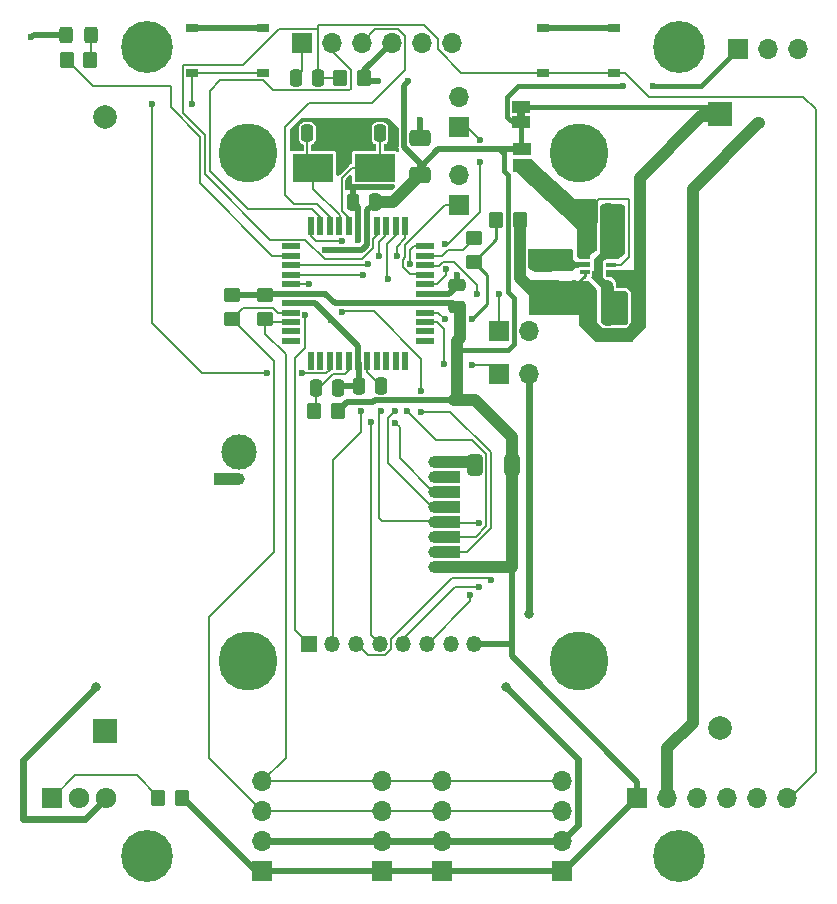
<source format=gbr>
%TF.GenerationSoftware,KiCad,Pcbnew,6.0.11-2627ca5db0~126~ubuntu22.04.1*%
%TF.CreationDate,2024-02-17T18:26:47+01:00*%
%TF.ProjectId,HB-UNI-SEN-BATT_ATMega1284P_E07-868MS10_FUEL4EP,48422d55-4e49-42d5-9345-4e2d42415454,1.4*%
%TF.SameCoordinates,Original*%
%TF.FileFunction,Copper,L1,Top*%
%TF.FilePolarity,Positive*%
%FSLAX46Y46*%
G04 Gerber Fmt 4.6, Leading zero omitted, Abs format (unit mm)*
G04 Created by KiCad (PCBNEW 6.0.11-2627ca5db0~126~ubuntu22.04.1) date 2024-02-17 18:26:47*
%MOMM*%
%LPD*%
G01*
G04 APERTURE LIST*
G04 Aperture macros list*
%AMRoundRect*
0 Rectangle with rounded corners*
0 $1 Rounding radius*
0 $2 $3 $4 $5 $6 $7 $8 $9 X,Y pos of 4 corners*
0 Add a 4 corners polygon primitive as box body*
4,1,4,$2,$3,$4,$5,$6,$7,$8,$9,$2,$3,0*
0 Add four circle primitives for the rounded corners*
1,1,$1+$1,$2,$3*
1,1,$1+$1,$4,$5*
1,1,$1+$1,$6,$7*
1,1,$1+$1,$8,$9*
0 Add four rect primitives between the rounded corners*
20,1,$1+$1,$2,$3,$4,$5,0*
20,1,$1+$1,$4,$5,$6,$7,0*
20,1,$1+$1,$6,$7,$8,$9,0*
20,1,$1+$1,$8,$9,$2,$3,0*%
G04 Aperture macros list end*
%TA.AperFunction,SMDPad,CuDef*%
%ADD10RoundRect,0.250000X-0.325000X-0.450000X0.325000X-0.450000X0.325000X0.450000X-0.325000X0.450000X0*%
%TD*%
%TA.AperFunction,ComponentPad*%
%ADD11R,1.700000X1.700000*%
%TD*%
%TA.AperFunction,ComponentPad*%
%ADD12O,1.700000X1.700000*%
%TD*%
%TA.AperFunction,SMDPad,CuDef*%
%ADD13RoundRect,0.250000X0.412500X0.650000X-0.412500X0.650000X-0.412500X-0.650000X0.412500X-0.650000X0*%
%TD*%
%TA.AperFunction,SMDPad,CuDef*%
%ADD14RoundRect,0.250000X-0.450000X0.350000X-0.450000X-0.350000X0.450000X-0.350000X0.450000X0.350000X0*%
%TD*%
%TA.AperFunction,SMDPad,CuDef*%
%ADD15RoundRect,0.250000X-0.350000X-0.450000X0.350000X-0.450000X0.350000X0.450000X-0.350000X0.450000X0*%
%TD*%
%TA.AperFunction,SMDPad,CuDef*%
%ADD16RoundRect,0.250000X0.350000X0.450000X-0.350000X0.450000X-0.350000X-0.450000X0.350000X-0.450000X0*%
%TD*%
%TA.AperFunction,ComponentPad*%
%ADD17R,1.717500X1.800000*%
%TD*%
%TA.AperFunction,ComponentPad*%
%ADD18O,1.717500X1.800000*%
%TD*%
%TA.AperFunction,SMDPad,CuDef*%
%ADD19R,2.170000X1.000000*%
%TD*%
%TA.AperFunction,ComponentPad*%
%ADD20C,1.000000*%
%TD*%
%TA.AperFunction,ComponentPad*%
%ADD21C,3.000000*%
%TD*%
%TA.AperFunction,SMDPad,CuDef*%
%ADD22R,1.500000X1.000000*%
%TD*%
%TA.AperFunction,ComponentPad*%
%ADD23C,4.400000*%
%TD*%
%TA.AperFunction,ComponentPad*%
%ADD24C,0.700000*%
%TD*%
%TA.AperFunction,ComponentPad*%
%ADD25R,2.000000X2.000000*%
%TD*%
%TA.AperFunction,ComponentPad*%
%ADD26C,2.000000*%
%TD*%
%TA.AperFunction,SMDPad,CuDef*%
%ADD27RoundRect,0.250000X0.250000X0.475000X-0.250000X0.475000X-0.250000X-0.475000X0.250000X-0.475000X0*%
%TD*%
%TA.AperFunction,SMDPad,CuDef*%
%ADD28RoundRect,0.250000X-0.250000X-0.475000X0.250000X-0.475000X0.250000X0.475000X-0.250000X0.475000X0*%
%TD*%
%TA.AperFunction,SMDPad,CuDef*%
%ADD29R,3.500000X2.400000*%
%TD*%
%TA.AperFunction,SMDPad,CuDef*%
%ADD30RoundRect,0.250000X0.650000X-0.412500X0.650000X0.412500X-0.650000X0.412500X-0.650000X-0.412500X0*%
%TD*%
%TA.AperFunction,SMDPad,CuDef*%
%ADD31R,1.000000X0.750000*%
%TD*%
%TA.AperFunction,ComponentPad*%
%ADD32R,1.350000X1.350000*%
%TD*%
%TA.AperFunction,ComponentPad*%
%ADD33O,1.350000X1.350000*%
%TD*%
%TA.AperFunction,SMDPad,CuDef*%
%ADD34R,3.000000X0.900000*%
%TD*%
%TA.AperFunction,SMDPad,CuDef*%
%ADD35R,0.900000X0.400000*%
%TD*%
%TA.AperFunction,SMDPad,CuDef*%
%ADD36RoundRect,0.250000X0.450000X-0.350000X0.450000X0.350000X-0.450000X0.350000X-0.450000X-0.350000X0*%
%TD*%
%TA.AperFunction,SMDPad,CuDef*%
%ADD37R,0.550000X1.500000*%
%TD*%
%TA.AperFunction,SMDPad,CuDef*%
%ADD38R,1.500000X0.550000*%
%TD*%
%TA.AperFunction,SMDPad,CuDef*%
%ADD39RoundRect,0.250000X0.475000X-0.250000X0.475000X0.250000X-0.475000X0.250000X-0.475000X-0.250000X0*%
%TD*%
%TA.AperFunction,ComponentPad*%
%ADD40C,5.000000*%
%TD*%
%TA.AperFunction,ViaPad*%
%ADD41C,1.000000*%
%TD*%
%TA.AperFunction,ViaPad*%
%ADD42C,0.800000*%
%TD*%
%TA.AperFunction,ViaPad*%
%ADD43C,0.600000*%
%TD*%
%TA.AperFunction,Conductor*%
%ADD44C,0.500000*%
%TD*%
%TA.AperFunction,Conductor*%
%ADD45C,0.600000*%
%TD*%
%TA.AperFunction,Conductor*%
%ADD46C,0.200000*%
%TD*%
%TA.AperFunction,Conductor*%
%ADD47C,1.000000*%
%TD*%
%TA.AperFunction,Conductor*%
%ADD48C,0.400000*%
%TD*%
%TA.AperFunction,Conductor*%
%ADD49C,0.250000*%
%TD*%
G04 APERTURE END LIST*
%TO.C,JP2*%
G36*
X46937500Y65818500D02*
G01*
X46337500Y65818500D01*
X46337500Y66318500D01*
X46937500Y66318500D01*
X46937500Y65818500D01*
G37*
%TD*%
D10*
%TO.P,D1,1,K*%
%TO.N,GND*%
X8138500Y72799500D03*
%TO.P,D1,2,A*%
%TO.N,Net-(D1-Pad2)*%
X10188500Y72799500D03*
%TD*%
D11*
%TO.P,J7,1,Pin_1*%
%TO.N,VCC*%
X34890000Y1997000D03*
D12*
%TO.P,J7,2,Pin_2*%
%TO.N,GND*%
X34890000Y4537000D03*
%TO.P,J7,3,Pin_3*%
%TO.N,/SCL*%
X34890000Y7077000D03*
%TO.P,J7,4,Pin_4*%
%TO.N,/SDA*%
X34890000Y9617000D03*
%TD*%
D11*
%TO.P,J3,1,Pin_1*%
%TO.N,/A1*%
X44796000Y44097500D03*
D12*
%TO.P,J3,2,Pin_2*%
%TO.N,GND*%
X47336000Y44097500D03*
%TD*%
D11*
%TO.P,J4,1,Pin_1*%
%TO.N,/A3*%
X44796000Y47780500D03*
D12*
%TO.P,J4,2,Pin_2*%
%TO.N,GND*%
X47336000Y47780500D03*
%TD*%
D11*
%TO.P,J5,1,Pin_1*%
%TO.N,VCC*%
X56480000Y8220000D03*
D12*
%TO.P,J5,2,Pin_2*%
%TO.N,/minusBAT*%
X59020000Y8220000D03*
%TO.P,J5,3,Pin_3*%
%TO.N,/MOSI*%
X61560000Y8220000D03*
%TO.P,J5,4,Pin_4*%
%TO.N,/SCK*%
X64100000Y8220000D03*
%TO.P,J5,5,Pin_5*%
%TO.N,/MISO*%
X66640000Y8220000D03*
%TO.P,J5,6,Pin_6*%
%TO.N,/RSETB*%
X69180000Y8220000D03*
%TD*%
D13*
%TO.P,C1,1*%
%TO.N,VCC*%
X45850500Y36414000D03*
%TO.P,C1,2*%
%TO.N,GND*%
X42725500Y36414000D03*
%TD*%
D14*
%TO.P,R4,1*%
%TO.N,VCC*%
X22190000Y50749000D03*
%TO.P,R4,2*%
%TO.N,/SCL*%
X22190000Y48749000D03*
%TD*%
%TO.P,R5,1*%
%TO.N,VCC*%
X24984000Y50765000D03*
%TO.P,R5,2*%
%TO.N,/SDA*%
X24984000Y48765000D03*
%TD*%
D15*
%TO.P,R1,1*%
%TO.N,Net-(R1-Pad1)*%
X8172500Y70704000D03*
%TO.P,R1,2*%
%TO.N,Net-(D1-Pad2)*%
X10172500Y70704000D03*
%TD*%
D16*
%TO.P,R3,1*%
%TO.N,VCC*%
X17941600Y8181900D03*
%TO.P,R3,2*%
%TO.N,Net-(Q1-Pad1)*%
X15941600Y8181900D03*
%TD*%
D17*
%TO.P,Q1,1,G*%
%TO.N,Net-(Q1-Pad1)*%
X6950000Y8220000D03*
D18*
%TO.P,Q1,2,D*%
%TO.N,/minusBAT*%
X9240000Y8220000D03*
%TO.P,Q1,3,S*%
%TO.N,GND*%
X11530000Y8220000D03*
%TD*%
D11*
%TO.P,J10,1,Pin_1*%
%TO.N,VCC*%
X64989000Y71656500D03*
D12*
%TO.P,J10,2,Pin_2*%
%TO.N,/plusBAT*%
X67529000Y71656500D03*
%TO.P,J10,3,Pin_3*%
%TO.N,/minusBAT*%
X70069000Y71656500D03*
%TD*%
D19*
%TO.P,Module1,1A,GND*%
%TO.N,GND*%
X21715000Y35250000D03*
D20*
X22800000Y35250000D03*
D19*
%TO.P,Module1,1C,VCC*%
%TO.N,VCC*%
X40345000Y27800000D03*
D20*
X39260000Y27800000D03*
D21*
%TO.P,Module1,2A,ANT*%
%TO.N,unconnected-(Module1-Pad2A)*%
X22800000Y37530000D03*
D19*
%TO.P,Module1,2C,GDO0*%
%TO.N,/D2*%
X40345000Y29070000D03*
D20*
X39260000Y29070000D03*
D19*
%TO.P,Module1,3C,~{CSN}*%
%TO.N,/SS*%
X40345000Y30340000D03*
D20*
X39260000Y30340000D03*
D19*
%TO.P,Module1,4C,SCK*%
%TO.N,/SCK*%
X40345000Y31610000D03*
D20*
X39260000Y31610000D03*
D19*
%TO.P,Module1,5C,MOSI*%
%TO.N,/MOSI*%
X40345000Y32880000D03*
D20*
X39260000Y32880000D03*
D19*
%TO.P,Module1,6C,MISO/GDO1*%
%TO.N,/MISO*%
X40345000Y34150000D03*
D20*
X39260000Y34150000D03*
D19*
%TO.P,Module1,7C,GDO2*%
%TO.N,unconnected-(Module1-Pad7C)*%
X40345000Y35420000D03*
D20*
X39260000Y35420000D03*
%TO.P,Module1,8C,GND*%
%TO.N,GND*%
X39260000Y36690000D03*
D19*
X40345000Y36690000D03*
%TD*%
D22*
%TO.P,JP2,1,A*%
%TO.N,/plusBAT*%
X46637500Y66718500D03*
%TO.P,JP2,2,B*%
%TO.N,VCC*%
X46637500Y65418500D03*
%TD*%
D11*
%TO.P,J8,1,Pin_1*%
%TO.N,VCC*%
X39970000Y1997000D03*
D12*
%TO.P,J8,2,Pin_2*%
%TO.N,GND*%
X39970000Y4537000D03*
%TO.P,J8,3,Pin_3*%
%TO.N,/SCL*%
X39970000Y7077000D03*
%TO.P,J8,4,Pin_4*%
%TO.N,/SDA*%
X39970000Y9617000D03*
%TD*%
D23*
%TO.P,H2,1*%
%TO.N,N/C*%
X60000000Y71750000D03*
D24*
X61800000Y71750000D03*
X61272800Y70477200D03*
X58727200Y70477200D03*
X58727200Y73022800D03*
X58200000Y71750000D03*
X61272800Y73022800D03*
X60000000Y69950000D03*
X60000000Y73550000D03*
%TD*%
%TO.P,H4,1*%
%TO.N,N/C*%
X61272800Y4522800D03*
X58200000Y3250000D03*
X60000000Y1450000D03*
X58727200Y1977200D03*
X61800000Y3250000D03*
X58727200Y4522800D03*
D23*
X60000000Y3250000D03*
D24*
X61272800Y1977200D03*
X60000000Y5050000D03*
%TD*%
%TO.P,H1,1*%
%TO.N,N/C*%
X16800000Y71750000D03*
X16272800Y73022800D03*
X13727200Y70477200D03*
X13727200Y73022800D03*
X15000000Y73550000D03*
X15000000Y69950000D03*
D23*
X15000000Y71750000D03*
D24*
X13200000Y71750000D03*
X16272800Y70477200D03*
%TD*%
%TO.P,H3,1*%
%TO.N,N/C*%
X15000000Y5050000D03*
X16272800Y1977200D03*
X16800000Y3250000D03*
X13727200Y1977200D03*
X13200000Y3250000D03*
D23*
X15000000Y3250000D03*
D24*
X16272800Y4522800D03*
X13727200Y4522800D03*
X15000000Y1450000D03*
%TD*%
D25*
%TO.P,BT2,1,+*%
%TO.N,/conBAT*%
X11420000Y13900000D03*
D26*
%TO.P,BT2,2,-*%
%TO.N,/minusBAT*%
X11420000Y65890000D03*
%TD*%
D27*
%TO.P,C2,1*%
%TO.N,GND*%
X31168900Y42950000D03*
%TO.P,C2,2*%
%TO.N,/VAVCC*%
X29268900Y42950000D03*
%TD*%
%TO.P,C4,1*%
%TO.N,VCC*%
X34316000Y58639000D03*
%TO.P,C4,2*%
%TO.N,GND*%
X32416000Y58639000D03*
%TD*%
D28*
%TO.P,C6,1*%
%TO.N,Net-(C6-Pad1)*%
X28542500Y64481000D03*
%TO.P,C6,2*%
%TO.N,GND*%
X30442500Y64481000D03*
%TD*%
D27*
%TO.P,C8,1*%
%TO.N,Net-(C8-Pad1)*%
X34801100Y43106900D03*
%TO.P,C8,2*%
%TO.N,GND*%
X32901100Y43106900D03*
%TD*%
D11*
%TO.P,J12,1,Pin_1*%
%TO.N,/DTR*%
X28070100Y72139100D03*
D12*
%TO.P,J12,2,Pin_2*%
%TO.N,/TXD0*%
X30610100Y72139100D03*
%TO.P,J12,3,Pin_3*%
%TO.N,/RXD0*%
X33150100Y72139100D03*
%TO.P,J12,4,Pin_4*%
%TO.N,VCC*%
X35690100Y72139100D03*
%TO.P,J12,5,Pin_5*%
%TO.N,GND*%
X38230100Y72139100D03*
%TO.P,J12,6,Pin_6*%
X40770100Y72139100D03*
%TD*%
D16*
%TO.P,R2,1*%
%TO.N,VCC*%
X33315200Y69129200D03*
%TO.P,R2,2*%
%TO.N,/RSETB*%
X31315200Y69129200D03*
%TD*%
%TO.P,R6,1*%
%TO.N,VCC*%
X31143500Y41000000D03*
%TO.P,R6,2*%
%TO.N,/VAVCC*%
X29143500Y41000000D03*
%TD*%
D29*
%TO.P,Y1,1,1*%
%TO.N,Net-(C6-Pad1)*%
X29051500Y61560000D03*
%TO.P,Y1,2,2*%
%TO.N,Net-(C7-Pad1)*%
X34251500Y61560000D03*
%TD*%
D30*
%TO.P,C5,1*%
%TO.N,VCC*%
X38065000Y60962300D03*
%TO.P,C5,2*%
%TO.N,GND*%
X38065000Y64087300D03*
%TD*%
D31*
%TO.P,SW2,A*%
%TO.N,GND*%
X48500000Y73375000D03*
%TO.P,SW2,B,e*%
X54500000Y73375000D03*
%TO.P,SW2,C*%
%TO.N,/RSETB*%
X48500000Y69625000D03*
%TO.P,SW2,D*%
X54500000Y69625000D03*
%TD*%
%TO.P,SW1,A*%
%TO.N,/CONFIG*%
X24800000Y69625000D03*
%TO.P,SW1,B,e*%
X18800000Y69625000D03*
%TO.P,SW1,C*%
%TO.N,GND*%
X24800000Y73375000D03*
%TO.P,SW1,D*%
X18800000Y73375000D03*
%TD*%
D25*
%TO.P,BT1,1,+*%
%TO.N,/plusBAT*%
X63490000Y66140000D03*
D26*
%TO.P,BT1,2,-*%
%TO.N,/conBAT*%
X63490000Y14150000D03*
%TD*%
D32*
%TO.P,J11,1,Pin_1*%
%TO.N,/D7*%
X28667000Y21250000D03*
D33*
%TO.P,J11,2,Pin_2*%
%TO.N,/D6*%
X30667000Y21250000D03*
%TO.P,J11,3,Pin_3*%
%TO.N,/MISO*%
X32667000Y21250000D03*
%TO.P,J11,4,Pin_4*%
%TO.N,/D5*%
X34667000Y21250000D03*
%TO.P,J11,5,Pin_5*%
%TO.N,/SCK*%
X36667000Y21250000D03*
%TO.P,J11,6,Pin_6*%
%TO.N,/MOSI*%
X38667000Y21250000D03*
%TO.P,J11,7,Pin_7*%
%TO.N,GND*%
X40667000Y21250000D03*
%TO.P,J11,8,Pin_8*%
%TO.N,VCC*%
X42667000Y21250000D03*
%TD*%
D28*
%TO.P,C11,1*%
%TO.N,/plusBAT*%
X52080680Y48946360D03*
%TO.P,C11,2*%
%TO.N,GND*%
X53980680Y48946360D03*
%TD*%
%TO.P,C12,1*%
%TO.N,/Vout*%
X52101000Y55789120D03*
%TO.P,C12,2*%
%TO.N,GND*%
X54001000Y55789120D03*
%TD*%
%TO.P,C13,1*%
%TO.N,/Vout*%
X52101000Y57795720D03*
%TO.P,C13,2*%
%TO.N,GND*%
X54001000Y57795720D03*
%TD*%
D22*
%TO.P,JP3,1,A*%
%TO.N,/Vout*%
X46688300Y61811700D03*
%TO.P,JP3,2,B*%
%TO.N,VCC*%
X46688300Y63111700D03*
%TD*%
D34*
%TO.P,L1,1,1*%
%TO.N,/plusBAT*%
X48733000Y51316000D03*
%TO.P,L1,2,2*%
%TO.N,Net-(L1-Pad2)*%
X48733000Y53416000D03*
%TD*%
D35*
%TO.P,U2,1,VIN*%
%TO.N,/plusBAT*%
X54214500Y52718500D03*
%TO.P,U2,2,FB*%
%TO.N,/Vout*%
X54214500Y53368500D03*
%TO.P,U2,3,GND*%
%TO.N,GND*%
X54214500Y54018500D03*
%TO.P,U2,4,VOUT*%
%TO.N,/Vout*%
X52014500Y54018500D03*
%TO.P,U2,5,L*%
%TO.N,Net-(L1-Pad2)*%
X52014500Y53368500D03*
%TO.P,U2,6,EN*%
%TO.N,/plusBAT*%
X52014500Y52718500D03*
%TD*%
D16*
%TO.P,R8,1*%
%TO.N,/plusBAT*%
X46558000Y57115000D03*
%TO.P,R8,2*%
%TO.N,/A0*%
X44558000Y57115000D03*
%TD*%
D36*
%TO.P,R7,1*%
%TO.N,/A0*%
X42616680Y53615640D03*
%TO.P,R7,2*%
%TO.N,/A2*%
X42616680Y55615640D03*
%TD*%
D11*
%TO.P,J1,1,Pin_1*%
%TO.N,/PB0_T0*%
X41400000Y64989000D03*
D12*
%TO.P,J1,2,Pin_2*%
%TO.N,GND*%
X41400000Y67529000D03*
%TD*%
D11*
%TO.P,J6,1,Pin_1*%
%TO.N,VCC*%
X24730000Y2000000D03*
D12*
%TO.P,J6,2,Pin_2*%
%TO.N,GND*%
X24730000Y4540000D03*
%TO.P,J6,3,Pin_3*%
%TO.N,/SCL*%
X24730000Y7080000D03*
%TO.P,J6,4,Pin_4*%
%TO.N,/SDA*%
X24730000Y9620000D03*
%TD*%
D28*
%TO.P,C10,1*%
%TO.N,/plusBAT*%
X52080680Y50942800D03*
%TO.P,C10,2*%
%TO.N,GND*%
X53980680Y50942800D03*
%TD*%
D27*
%TO.P,C9,1*%
%TO.N,/RSETB*%
X29474800Y69129200D03*
%TO.P,C9,2*%
%TO.N,/DTR*%
X27574800Y69129200D03*
%TD*%
%TO.P,C7,1*%
%TO.N,Net-(C7-Pad1)*%
X34697000Y64481000D03*
%TO.P,C7,2*%
%TO.N,GND*%
X32797000Y64481000D03*
%TD*%
D37*
%TO.P,U1,1,PB5*%
%TO.N,/MOSI*%
X36832600Y56604700D03*
%TO.P,U1,2,PB6*%
%TO.N,/MISO*%
X36032600Y56604700D03*
%TO.P,U1,3,PB7*%
%TO.N,/SCK*%
X35232600Y56604700D03*
%TO.P,U1,4,~{RESET}*%
%TO.N,/RSETB*%
X34432600Y56604700D03*
%TO.P,U1,5,VCC*%
%TO.N,VCC*%
X33632600Y56604700D03*
%TO.P,U1,6,GND*%
%TO.N,GND*%
X32832600Y56604700D03*
%TO.P,U1,7,XTAL2*%
%TO.N,Net-(C7-Pad1)*%
X32032600Y56604700D03*
%TO.P,U1,8,XTAL1*%
%TO.N,Net-(C6-Pad1)*%
X31232600Y56604700D03*
%TO.P,U1,9,PD0*%
%TO.N,/RXD0*%
X30432600Y56604700D03*
%TO.P,U1,10,PD1*%
%TO.N,/TXD0*%
X29632600Y56604700D03*
%TO.P,U1,11,PD2*%
%TO.N,/D2*%
X28832600Y56604700D03*
D38*
%TO.P,U1,12,PD3*%
%TO.N,unconnected-(U1-Pad12)*%
X27132600Y54904700D03*
%TO.P,U1,13,PD4*%
%TO.N,Net-(R1-Pad1)*%
X27132600Y54104700D03*
%TO.P,U1,14,PD5*%
%TO.N,/D5*%
X27132600Y53304700D03*
%TO.P,U1,15,PD6*%
%TO.N,/D6*%
X27132600Y52504700D03*
%TO.P,U1,16,PD7*%
%TO.N,/D7*%
X27132600Y51704700D03*
%TO.P,U1,17,VCC*%
%TO.N,VCC*%
X27132600Y50904700D03*
%TO.P,U1,18,GND*%
%TO.N,GND*%
X27132600Y50104700D03*
%TO.P,U1,19,PC0*%
%TO.N,/SCL*%
X27132600Y49304700D03*
%TO.P,U1,20,PC1*%
%TO.N,/SDA*%
X27132600Y48504700D03*
%TO.P,U1,21,PC2*%
%TO.N,unconnected-(U1-Pad21)*%
X27132600Y47704700D03*
%TO.P,U1,22,PC3*%
%TO.N,unconnected-(U1-Pad22)*%
X27132600Y46904700D03*
D37*
%TO.P,U1,23,PC4*%
%TO.N,unconnected-(U1-Pad23)*%
X28832600Y45204700D03*
%TO.P,U1,24,PC5*%
%TO.N,unconnected-(U1-Pad24)*%
X29632600Y45204700D03*
%TO.P,U1,25,PC6*%
%TO.N,/CONFIG*%
X30432600Y45204700D03*
%TO.P,U1,26,PC7*%
%TO.N,unconnected-(U1-Pad26)*%
X31232600Y45204700D03*
%TO.P,U1,27,AVCC*%
%TO.N,/VAVCC*%
X32032600Y45204700D03*
%TO.P,U1,28,GND*%
%TO.N,GND*%
X32832600Y45204700D03*
%TO.P,U1,29,AREF*%
%TO.N,Net-(C8-Pad1)*%
X33632600Y45204700D03*
%TO.P,U1,30,PA7*%
%TO.N,unconnected-(U1-Pad30)*%
X34432600Y45204700D03*
%TO.P,U1,31,PA6*%
%TO.N,unconnected-(U1-Pad31)*%
X35232600Y45204700D03*
%TO.P,U1,32,PA5*%
%TO.N,unconnected-(U1-Pad32)*%
X36032600Y45204700D03*
%TO.P,U1,33,PA4*%
%TO.N,unconnected-(U1-Pad33)*%
X36832600Y45204700D03*
D38*
%TO.P,U1,34,PA3*%
%TO.N,unconnected-(U1-Pad34)*%
X38532600Y46904700D03*
%TO.P,U1,35,PA2*%
%TO.N,unconnected-(U1-Pad35)*%
X38532600Y47704700D03*
%TO.P,U1,36,PA1*%
%TO.N,/A1*%
X38532600Y48504700D03*
%TO.P,U1,37,PA0*%
%TO.N,/A0*%
X38532600Y49304700D03*
%TO.P,U1,38,VCC*%
%TO.N,VCC*%
X38532600Y50104700D03*
%TO.P,U1,39,GND*%
%TO.N,GND*%
X38532600Y50904700D03*
%TO.P,U1,40,PB0*%
%TO.N,/PB0_T0*%
X38532600Y51704700D03*
%TO.P,U1,41,PB1*%
%TO.N,/PB1_T1*%
X38532600Y52504700D03*
%TO.P,U1,42,PB2*%
%TO.N,/A3*%
X38532600Y53304700D03*
%TO.P,U1,43,PB3*%
%TO.N,/A2*%
X38532600Y54104700D03*
%TO.P,U1,44,PB4*%
%TO.N,/SS*%
X38532600Y54904700D03*
%TD*%
D39*
%TO.P,C3,1*%
%TO.N,VCC*%
X41176500Y49751500D03*
%TO.P,C3,2*%
%TO.N,GND*%
X41176500Y51651500D03*
%TD*%
D11*
%TO.P,J2,1,Pin_1*%
%TO.N,/PB1_T1*%
X41400000Y58385000D03*
D12*
%TO.P,J2,2,Pin_2*%
%TO.N,GND*%
X41400000Y60925000D03*
%TD*%
D11*
%TO.P,J9,1,Pin_1*%
%TO.N,VCC*%
X50130000Y2000000D03*
D12*
%TO.P,J9,2,Pin_2*%
%TO.N,GND*%
X50130000Y4540000D03*
%TO.P,J9,3,Pin_3*%
%TO.N,/SCL*%
X50130000Y7080000D03*
%TO.P,J9,4,Pin_4*%
%TO.N,/SDA*%
X50130000Y9620000D03*
%TD*%
D40*
%TO.P,H5,1*%
%TO.N,N/C*%
X23510800Y62800000D03*
%TD*%
%TO.P,H6,1*%
%TO.N,N/C*%
X23510800Y19800000D03*
%TD*%
%TO.P,H7,1*%
%TO.N,N/C*%
X51510800Y62800000D03*
%TD*%
%TO.P,H8,1*%
%TO.N,N/C*%
X51510800Y19800000D03*
%TD*%
D41*
%TO.N,GND*%
X54956000Y55210000D03*
D42*
X47336000Y23764800D03*
D43*
X41176500Y52479500D03*
X30572000Y48669500D03*
X32822962Y55448238D03*
D41*
X55083000Y48987000D03*
X55083000Y50638000D03*
D42*
X10658400Y17567200D03*
X45405600Y17618000D03*
D43*
X31651500Y62893500D03*
X5172000Y72609000D03*
D41*
X54956000Y56480000D03*
D43*
X32416000Y59779500D03*
X51878600Y73375000D03*
X31651500Y64481000D03*
X21809000Y73371000D03*
X38065000Y65624000D03*
D41*
X54956000Y57877000D03*
D43*
%TO.N,/SS*%
X37239500Y53432000D03*
X36998006Y40986000D03*
%TO.N,/D2*%
X31461000Y55354698D03*
X38192000Y40922500D03*
X31461000Y49354700D03*
X38192000Y42681890D03*
%TO.N,/A0*%
X42446500Y48733000D03*
X40160500Y48733000D03*
%TO.N,/A1*%
X42510004Y44859500D03*
X40097000Y44922998D03*
%TO.N,/A3*%
X44732500Y50892000D03*
X42891000Y50892000D03*
%TO.N,/MOSI*%
X42340000Y25370000D03*
X35969500Y40986000D03*
X36096500Y54067000D03*
%TO.N,/SCK*%
X43070000Y26040000D03*
X34763000Y40986000D03*
X34636000Y54067000D03*
X43070000Y31510000D03*
%TO.N,/MISO*%
X35969500Y39970000D03*
X44097500Y26635000D03*
X35345499Y52162000D03*
%TO.N,VCC*%
X57851600Y68468800D03*
X30064000Y50892000D03*
X55235400Y68468800D03*
X30082364Y54593364D03*
X34534400Y68875200D03*
X37074400Y68875200D03*
D41*
%TO.N,/minusBAT*%
X66779700Y65319200D03*
%TO.N,/plusBAT*%
X55210000Y52162000D03*
X51146000Y51527000D03*
D43*
%TO.N,/D5*%
X33683500Y53432000D03*
X33937500Y40033500D03*
%TO.N,/D6*%
X33073997Y40986000D03*
X33274000Y52504700D03*
%TO.N,/D7*%
X28679800Y51704700D03*
X28382602Y49077988D03*
%TO.N,/CONFIG*%
X25117301Y44154699D03*
X28089199Y44154699D03*
X15420000Y66982000D03*
X18800000Y66982000D03*
%TO.N,/PB0_T0*%
X40287500Y52987500D03*
X43145000Y63909500D03*
X43145000Y62068000D03*
X40220565Y55108282D03*
%TD*%
D44*
%TO.N,GND*%
X54448000Y50638000D02*
X54194000Y50892000D01*
X8138500Y72799500D02*
X5362500Y72799500D01*
X55083000Y50638000D02*
X54448000Y50638000D01*
X18796300Y73375000D02*
X21813000Y73375000D01*
X30563150Y48678350D02*
X30572000Y48669500D01*
X32832600Y46454700D02*
X30563150Y48724150D01*
X54500000Y73375000D02*
X51878600Y73375000D01*
X38065000Y64087300D02*
X38065000Y65624000D01*
X32832600Y45204700D02*
X32832600Y46454700D01*
D45*
X24730000Y4540000D02*
X34887000Y4540000D01*
D44*
X30563150Y48724150D02*
X30563150Y48678350D01*
X40554200Y50904700D02*
X41176500Y51527000D01*
D45*
X51480000Y5890000D02*
X51480000Y11543600D01*
D44*
X54001000Y55789120D02*
X54001000Y54260000D01*
X54956000Y57877000D02*
X53940000Y57877000D01*
X31588000Y64481000D02*
X31651500Y64481000D01*
X30563150Y48724150D02*
X29182600Y50104700D01*
X32832600Y56604700D02*
X32832600Y58219900D01*
X5362500Y72799500D02*
X5172000Y72609000D01*
X54001000Y57795720D02*
X54001000Y55784000D01*
X29182600Y50104700D02*
X27132600Y50104700D01*
D45*
X11530000Y8220000D02*
X9701200Y6391200D01*
D46*
X54232280Y54021040D02*
X53582280Y54021040D01*
D45*
X34890000Y4537000D02*
X39970000Y4537000D01*
D44*
X54956000Y56480000D02*
X54321000Y55845000D01*
D45*
X51480000Y11543600D02*
X45405600Y17618000D01*
D46*
X53582280Y54021040D02*
X52924000Y53362760D01*
D44*
X31651500Y64481000D02*
X31651500Y62893500D01*
X31588000Y64481000D02*
X32794500Y64481000D01*
X38532600Y50904700D02*
X40554200Y50904700D01*
X55083000Y48987000D02*
X54067000Y48987000D01*
D45*
X4511600Y6391200D02*
X4511600Y11420400D01*
D44*
X21813000Y73375000D02*
X21809000Y73371000D01*
X32832600Y56604700D02*
X32832600Y55457876D01*
D46*
X52924000Y52035000D02*
X54067000Y50892000D01*
D45*
X4511600Y11420400D02*
X10658400Y17567200D01*
D44*
X54956000Y55210000D02*
X54321000Y55845000D01*
D47*
X40345000Y36690000D02*
X42792800Y36690000D01*
D44*
X51878600Y73375000D02*
X48432200Y73375000D01*
X30442500Y64481000D02*
X31588000Y64481000D01*
D46*
X52924000Y53362760D02*
X52924000Y52035000D01*
D45*
X47336000Y44097500D02*
X47336000Y23764800D01*
D44*
X41176500Y51651500D02*
X41176500Y52479500D01*
D45*
X39970000Y4537000D02*
X50127000Y4537000D01*
X50127000Y4537000D02*
X50130000Y4540000D01*
D44*
X32901100Y43106900D02*
X32901100Y45006900D01*
X32416000Y58639000D02*
X32416000Y59779500D01*
D45*
X50130000Y4540000D02*
X51480000Y5890000D01*
D44*
X32901100Y43106900D02*
X31359400Y43106900D01*
X21813000Y73375000D02*
X24853000Y73375000D01*
D45*
X9701200Y6391200D02*
X4511600Y6391200D01*
D48*
X54270200Y50841200D02*
X54331160Y50780240D01*
D45*
X34887000Y4540000D02*
X34890000Y4537000D01*
D44*
X32832600Y55457876D02*
X32822962Y55448238D01*
X32832600Y58219900D02*
X32477000Y58575500D01*
D46*
%TO.N,Net-(D1-Pad2)*%
X10188500Y72799500D02*
X10188500Y70831000D01*
%TO.N,/SS*%
X42470334Y38509500D02*
X39474506Y38509500D01*
X39474506Y38509500D02*
X36998006Y40986000D01*
X37239500Y54561600D02*
X37239500Y53432000D01*
X42788002Y30340000D02*
X43688010Y31240008D01*
X38532600Y54904700D02*
X37582600Y54904700D01*
X37582600Y54904700D02*
X37239500Y54561600D01*
X39260000Y30340000D02*
X42788002Y30340000D01*
X43688010Y37291824D02*
X42470334Y38509500D01*
X43688010Y31240008D02*
X43688010Y37291824D01*
%TO.N,/D2*%
X38192000Y42681890D02*
X38192000Y45410302D01*
X29317600Y55354698D02*
X28857500Y55814798D01*
X44088020Y37457513D02*
X40623033Y40922500D01*
X42083700Y29070000D02*
X44088020Y31074319D01*
X38192000Y45410302D02*
X34170802Y49431500D01*
X40345000Y29070000D02*
X42083700Y29070000D01*
X44088020Y31074319D02*
X44088020Y37457513D01*
X28857500Y55814798D02*
X28857500Y56607000D01*
X31461000Y49431500D02*
X31461000Y49354700D01*
X34170802Y49431500D02*
X31461000Y49431500D01*
X31461000Y55354698D02*
X29317600Y55354698D01*
X40623033Y40922500D02*
X38192000Y40922500D01*
%TO.N,/SCL*%
X23122010Y49665010D02*
X22190000Y48733000D01*
X22063000Y48860000D02*
X25717302Y45205698D01*
X25661824Y49665010D02*
X23122010Y49665010D01*
X20221500Y11588500D02*
X24730000Y7080000D01*
X20221500Y23554702D02*
X20221500Y11588500D01*
X24730000Y7080000D02*
X34887000Y7080000D01*
X25717302Y29050504D02*
X20221500Y23554702D01*
X27132600Y49304700D02*
X26022134Y49304700D01*
X25717302Y45205698D02*
X25717302Y29050504D01*
X26022134Y49304700D02*
X25661824Y49665010D01*
X34890000Y7077000D02*
X50130000Y7077000D01*
%TO.N,/SDA*%
X27132600Y48504700D02*
X25212300Y48504700D01*
X24107700Y9604300D02*
X35512300Y9604300D01*
X40097000Y9617000D02*
X50003000Y9617000D01*
X26698500Y11588500D02*
X24730000Y9620000D01*
X24984000Y48733000D02*
X24984000Y47488298D01*
X34890000Y9617000D02*
X40097000Y9617000D01*
X24984000Y47488298D02*
X26698500Y45773798D01*
X26698500Y45773798D02*
X26698500Y11588500D01*
D49*
%TO.N,/A0*%
X43780000Y50066500D02*
X42446500Y48733000D01*
X44558000Y55556960D02*
X42616680Y53615640D01*
X43780000Y52452320D02*
X43780000Y50066500D01*
X42616680Y53615640D02*
X43780000Y52452320D01*
X44558000Y57115000D02*
X44558000Y55556960D01*
D46*
X39588800Y49304700D02*
X38532600Y49304700D01*
X39588800Y49304700D02*
X40160500Y48733000D01*
%TO.N,/A1*%
X44034000Y44859500D02*
X44669000Y44224500D01*
X42510004Y44859500D02*
X44034000Y44859500D01*
X38532600Y48504700D02*
X39482600Y48504700D01*
X40097000Y47890300D02*
X40097000Y44922998D01*
X39482600Y48504700D02*
X40097000Y47890300D01*
%TO.N,/A2*%
X39970000Y54067000D02*
X38509500Y54067000D01*
X40462000Y54559000D02*
X39970000Y54067000D01*
X41732000Y54559000D02*
X42827500Y55654500D01*
X41732000Y54559000D02*
X40462000Y54559000D01*
%TO.N,/A3*%
X42891000Y51653002D02*
X42891000Y50892000D01*
X40956501Y53587501D02*
X42891000Y51653002D01*
X39691598Y53279600D02*
X39999499Y53587501D01*
X38547600Y53279600D02*
X39691598Y53279600D01*
X44732500Y50892000D02*
X44732500Y47907500D01*
X39999499Y53587501D02*
X40956501Y53587501D01*
%TO.N,/MOSI*%
X42340000Y24877500D02*
X38636500Y21174000D01*
X36832600Y55593298D02*
X36096500Y54857198D01*
X35369499Y36570501D02*
X35369499Y40385999D01*
X42340000Y25370000D02*
X42340000Y24877500D01*
X39060000Y32880000D02*
X35369499Y36570501D01*
X40345000Y32880000D02*
X39060000Y32880000D01*
X36832600Y56604700D02*
X36832600Y55593298D01*
X36096500Y54857198D02*
X36096500Y54067000D01*
X35369499Y40385999D02*
X35969500Y40986000D01*
%TO.N,/SCK*%
X43070000Y26040000D02*
X41026000Y26040000D01*
X35144000Y55751098D02*
X35144000Y56353000D01*
X41026000Y26040000D02*
X36668000Y21682000D01*
X34572500Y31905500D02*
X34572500Y40986000D01*
X39258800Y31638800D02*
X34839200Y31638800D01*
X34636000Y55243098D02*
X34636000Y54067000D01*
X34636000Y55243098D02*
X35144000Y55751098D01*
X43070000Y31510000D02*
X40302000Y31510000D01*
X34839200Y31638800D02*
X34572500Y31905500D01*
%TO.N,/MISO*%
X35271000Y52162000D02*
X35345499Y52162000D01*
X35642001Y21668003D02*
X35642001Y20781999D01*
X40803998Y26830000D02*
X35642001Y21668003D01*
X36363200Y39576300D02*
X35969500Y39970000D01*
X33693501Y20274999D02*
X32731000Y21237500D01*
X36363200Y36972800D02*
X39208000Y34128000D01*
X44080000Y26830000D02*
X40803998Y26830000D01*
X36363200Y36972800D02*
X36363200Y39576300D01*
X35642001Y20781999D02*
X35135001Y20274999D01*
X35135001Y20274999D02*
X33693501Y20274999D01*
X35271000Y55078098D02*
X35271000Y52162000D01*
X36160000Y55967098D02*
X35271000Y55078098D01*
%TO.N,Net-(Q1-Pad1)*%
X14087400Y10125000D02*
X8867700Y10125000D01*
X15941600Y8270800D02*
X14087400Y10125000D01*
X8867700Y10125000D02*
X6886500Y8143800D01*
D48*
%TO.N,VCC*%
X64989000Y71593000D02*
X61864800Y68468800D01*
D44*
X45847500Y27800000D02*
X45850500Y27803000D01*
X38065000Y60962300D02*
X38065000Y61992602D01*
X34261144Y41931890D02*
X40979390Y41931890D01*
X44887200Y63111700D02*
X39642100Y63111700D01*
X40884300Y50104700D02*
X41176500Y49812500D01*
X42667000Y21250000D02*
X45697500Y21250000D01*
X33366000Y69815000D02*
X33366000Y69180000D01*
D48*
X33110044Y54593364D02*
X33023366Y54593364D01*
D44*
X38532600Y50104700D02*
X40884300Y50104700D01*
D48*
X41228004Y46130204D02*
X45565706Y46130204D01*
D47*
X41228004Y46130204D02*
X41228004Y42180504D01*
D44*
X30064000Y50892000D02*
X27066800Y50892000D01*
X24222000Y1997000D02*
X17999000Y8220000D01*
X46688300Y63111700D02*
X44887200Y63111700D01*
D48*
X45487499Y67538501D02*
X45487499Y65898499D01*
D44*
X35017000Y1997000D02*
X24730000Y1997000D01*
X45850500Y20183000D02*
X45850500Y21403000D01*
X45850500Y27803000D02*
X45850500Y21403000D01*
D47*
X41228004Y46839996D02*
X41228004Y46130204D01*
D44*
X33582601Y55065921D02*
X33582601Y54989721D01*
X33632600Y56604700D02*
X33632600Y55817528D01*
D47*
X40979390Y41931890D02*
X42718239Y41931890D01*
X45850500Y36414000D02*
X45850500Y27803000D01*
X34318500Y58639000D02*
X35779000Y58639000D01*
D44*
X44887200Y63111700D02*
X45184010Y62814890D01*
X34065255Y41736001D02*
X34261144Y41931890D01*
D47*
X41435486Y49492514D02*
X41435486Y47150486D01*
D44*
X41228004Y42180504D02*
X40979390Y41931890D01*
D48*
X45558000Y60911700D02*
X45184010Y61285690D01*
D44*
X36714990Y63342612D02*
X36714990Y68515790D01*
X33186244Y54593364D02*
X33110044Y54593364D01*
D48*
X46637500Y65418500D02*
X46637500Y63223700D01*
D44*
X31143500Y41000000D02*
X31879501Y41736001D01*
X33632600Y55817528D02*
X33582601Y55767529D01*
X41176500Y46891500D02*
X41228004Y46839996D01*
D47*
X41435486Y47150486D02*
X41176500Y46891500D01*
D44*
X56480000Y8220000D02*
X50130000Y1870000D01*
D48*
X45184010Y61285690D02*
X45184010Y62914890D01*
D44*
X38532600Y50104700D02*
X30851300Y50104700D01*
X38065000Y61992602D02*
X36714990Y63342612D01*
D48*
X55235400Y68468800D02*
X46417798Y68468800D01*
D44*
X34534400Y68875200D02*
X33366000Y68875200D01*
D48*
X46046001Y50568449D02*
X45558000Y51056450D01*
D44*
X30064000Y50892000D02*
X30851300Y50104700D01*
X45697500Y21250000D02*
X45850500Y21403000D01*
D48*
X45558000Y51056450D02*
X45558000Y60911700D01*
D44*
X22190000Y50749000D02*
X24968000Y50749000D01*
D47*
X35779000Y58639000D02*
X38065000Y60925000D01*
D48*
X45487499Y65898499D02*
X46041398Y65344600D01*
X46417798Y68468800D02*
X45487499Y67538501D01*
D44*
X50003000Y1997000D02*
X35017000Y1997000D01*
D48*
X45565706Y46130204D02*
X46046001Y46610499D01*
D44*
X33582601Y54989721D02*
X33186244Y54593364D01*
X33023366Y54593364D02*
X30082364Y54593364D01*
X35690100Y72139100D02*
X33366000Y69815000D01*
X36714990Y68515790D02*
X37074400Y68875200D01*
D47*
X40345000Y27800000D02*
X45847500Y27800000D01*
D44*
X31879501Y41736001D02*
X34065255Y41736001D01*
D48*
X33582601Y55078599D02*
X33582601Y55065921D01*
D44*
X33632600Y57953100D02*
X34318500Y58639000D01*
D48*
X61864800Y68468800D02*
X57851600Y68468800D01*
D47*
X41176500Y49751500D02*
X41435486Y49492514D01*
X42718239Y41931890D02*
X45850500Y38799629D01*
D44*
X33632600Y56604700D02*
X33632600Y57953100D01*
X56480000Y9553500D02*
X45850500Y20183000D01*
X27132600Y50904700D02*
X25377700Y50904700D01*
X56480000Y8220000D02*
X56480000Y9553500D01*
D47*
X45850500Y38799629D02*
X45850500Y36414000D01*
D44*
X39642100Y63111700D02*
X38192000Y61661600D01*
X33582601Y55767529D02*
X33582601Y55078599D01*
D48*
X46046001Y46610499D02*
X46046001Y50568449D01*
D47*
%TO.N,/minusBAT*%
X61179000Y14554398D02*
X61179000Y59769300D01*
X61179000Y59769300D02*
X66728900Y65319200D01*
X66728900Y65319200D02*
X66779700Y65319200D01*
X59020000Y8220000D02*
X59020000Y12395398D01*
X59020000Y12395398D02*
X61179000Y14554398D01*
%TO.N,/plusBAT*%
X63490000Y65940000D02*
X61890000Y65940000D01*
X61890000Y65940000D02*
X56683200Y60733200D01*
X46533000Y52253800D02*
X46533000Y57090000D01*
X55791952Y47521350D02*
X53337170Y47521350D01*
D48*
X54650960Y52721040D02*
X55210000Y52162000D01*
D46*
X56336732Y52135572D02*
X56683200Y52482040D01*
D47*
X52162000Y50892000D02*
X47894800Y50892000D01*
D48*
X54232280Y52721040D02*
X54650960Y52721040D01*
D49*
X52014500Y52718500D02*
X52014500Y52395500D01*
D47*
X56683200Y52482040D02*
X56683200Y48412598D01*
X53337170Y47521350D02*
X52162000Y48696520D01*
D48*
X54489000Y52670000D02*
X54041600Y52670000D01*
D47*
X56683200Y60733200D02*
X56683200Y52797000D01*
X56363160Y52162000D02*
X56683200Y52482040D01*
X51146000Y51527000D02*
X51781000Y50892000D01*
D48*
X49964900Y50803100D02*
X48948900Y50803100D01*
D47*
X56683200Y52797000D02*
X56683200Y52482040D01*
X56683200Y48412598D02*
X55791952Y47521350D01*
D48*
X56556200Y52670000D02*
X56683200Y52797000D01*
D47*
X55210000Y52162000D02*
X56363160Y52162000D01*
D49*
X52014500Y52395500D02*
X51146000Y51527000D01*
D48*
X54489000Y52670000D02*
X54295600Y52670000D01*
X46637500Y66718500D02*
X62726100Y66718500D01*
D47*
X52162000Y48696520D02*
X52162000Y50892000D01*
X47894800Y50892000D02*
X46533000Y52253800D01*
D46*
%TO.N,/D5*%
X33937500Y21999500D02*
X34699500Y21237500D01*
X33556200Y53304700D02*
X33683500Y53432000D01*
X33937500Y40033500D02*
X33937500Y21999500D01*
X27132600Y53304700D02*
X33556200Y53304700D01*
%TO.N,/D6*%
X30699000Y36795000D02*
X30699000Y21301000D01*
X27132600Y52504700D02*
X33274000Y52504700D01*
X33073997Y40986000D02*
X33073997Y39169997D01*
X33073997Y39169997D02*
X30699000Y36795000D01*
%TO.N,/D7*%
X28382602Y49077988D02*
X28382602Y46319704D01*
X27489198Y22415302D02*
X28667000Y21237500D01*
X27489198Y45426300D02*
X27489198Y22415302D01*
X27132600Y51704700D02*
X28679800Y51704700D01*
X28382602Y46319704D02*
X27489198Y45426300D01*
%TO.N,/CONFIG*%
X30432600Y44439698D02*
X30147601Y44154699D01*
X30432600Y45204700D02*
X30432600Y44439698D01*
X15420000Y66982000D02*
X15420000Y48391000D01*
X19656301Y44154699D02*
X15420000Y48391000D01*
X18800000Y69625000D02*
X18800000Y66982000D01*
X30147601Y44154699D02*
X28089199Y44154699D01*
X18796300Y69625000D02*
X24819400Y69625000D01*
X25117301Y44154699D02*
X19656301Y44154699D01*
%TO.N,Net-(C6-Pad1)*%
X29051500Y59778500D02*
X31270500Y57559500D01*
X31270500Y57559500D02*
X31270500Y56670500D01*
X28542500Y64481000D02*
X28542500Y62129000D01*
X29051500Y61560000D02*
X29051500Y59778500D01*
%TO.N,Net-(C7-Pad1)*%
X32301500Y61560000D02*
X31461000Y60719500D01*
X31461000Y60719500D02*
X31461000Y57941302D01*
X34697000Y64481000D02*
X34697000Y62129000D01*
X31969000Y57433302D02*
X31969000Y56797500D01*
X34251500Y61560000D02*
X32301500Y61560000D01*
X31461000Y57941302D02*
X31969000Y57433302D01*
%TO.N,Net-(C8-Pad1)*%
X34801100Y43106900D02*
X33620000Y44288000D01*
X33620000Y44288000D02*
X33620000Y45177000D01*
%TO.N,/DTR*%
X28032000Y69751500D02*
X28032000Y69497500D01*
X28070100Y72139100D02*
X28070100Y69789600D01*
X28070100Y69789600D02*
X28032000Y69751500D01*
%TO.N,/RSETB*%
X23140003Y70300001D02*
X26129103Y73289101D01*
X30014198Y53813000D02*
X28347497Y55479701D01*
X71593000Y10442500D02*
X69370500Y8220000D01*
X25412799Y55479701D02*
X19884989Y61007511D01*
X19884989Y61007511D02*
X19884989Y64341908D01*
X29493111Y73689111D02*
X29460099Y73656099D01*
X39620099Y71587099D02*
X39620099Y72451103D01*
X28347497Y55479701D02*
X25412799Y55479701D01*
X26129103Y73289101D02*
X29446097Y73289101D01*
X39620099Y72451103D02*
X38382091Y73689111D01*
X70513500Y67592500D02*
X71593000Y66513000D01*
X29474800Y69129200D02*
X29474800Y71572398D01*
X34445500Y56607000D02*
X34445500Y55852598D01*
X41582198Y69625000D02*
X39620099Y71587099D01*
X29460099Y73656099D02*
X29460099Y73275099D01*
X41582198Y69625000D02*
X55464500Y69625000D01*
X57497000Y67592500D02*
X70513500Y67592500D01*
X71593000Y66513000D02*
X71593000Y10442500D01*
X29446097Y73289101D02*
X29460099Y73275099D01*
X31315200Y69129200D02*
X29098596Y69129200D01*
X34445500Y55852598D02*
X34132612Y55539710D01*
X33183713Y53813000D02*
X30014198Y53813000D01*
X34132612Y55539710D02*
X34132612Y54761899D01*
X17999996Y66226901D02*
X17999996Y70239997D01*
X29460099Y73275099D02*
X29460099Y69656901D01*
X17999996Y70239997D02*
X18059999Y70300001D01*
X19884989Y64341908D02*
X17999996Y66226901D01*
X18059999Y70300001D02*
X23140003Y70300001D01*
X34132612Y54761899D02*
X33183713Y53813000D01*
X55464500Y69625000D02*
X57497000Y67592500D01*
X38382091Y73689111D02*
X29493111Y73689111D01*
%TO.N,/RXD0*%
X29334792Y58467510D02*
X30445000Y57357302D01*
X26662099Y65015333D02*
X26662099Y59246901D01*
X30445000Y57357302D02*
X30445000Y57115000D01*
X28667766Y67021000D02*
X26662099Y65015333D01*
X27441490Y58467510D02*
X29334792Y58467510D01*
X34001000Y67021000D02*
X28667766Y67021000D01*
X34300101Y73289101D02*
X36242101Y73289101D01*
X36840101Y72691101D02*
X36840101Y69808715D01*
X26662099Y59246901D02*
X27441490Y58467510D01*
X33150100Y72139100D02*
X34300101Y73289101D01*
X36840101Y69808715D02*
X36788715Y69808715D01*
X36788715Y69808715D02*
X34001000Y67021000D01*
X36242101Y73289101D02*
X36840101Y72691101D01*
%TO.N,/TXD0*%
X29619500Y57382802D02*
X28934802Y58067500D01*
X21134499Y68949999D02*
X24769501Y68949999D01*
X29619500Y56607000D02*
X29619500Y57382802D01*
X28934802Y58067500D02*
X23523500Y58067500D01*
X25615310Y68104190D02*
X24769501Y68949999D01*
X32215210Y68251396D02*
X32068004Y68104190D01*
X23523500Y58067500D02*
X20285000Y61306000D01*
X30610100Y71412134D02*
X32215210Y69807024D01*
X20285000Y68100500D02*
X21134499Y68949999D01*
X32068004Y68104190D02*
X25615310Y68104190D01*
X32215210Y68251396D02*
X32215210Y69807024D01*
X20285000Y61306000D02*
X20285000Y68100500D01*
%TO.N,Net-(R1-Pad1)*%
X19459500Y64201698D02*
X16983000Y66678198D01*
X10379000Y68481500D02*
X8156500Y70704000D01*
X19459500Y60243100D02*
X19459500Y64201698D01*
X16983000Y66678198D02*
X16983000Y68481500D01*
X25572100Y54130500D02*
X19459500Y60243100D01*
X16983000Y68481500D02*
X10379000Y68481500D01*
X27079500Y54130500D02*
X25572100Y54130500D01*
%TO.N,/Vout*%
X55793411Y53974411D02*
X55793411Y58918400D01*
X55139000Y53320000D02*
X55793411Y53974411D01*
X52101000Y57795720D02*
X52101000Y54128000D01*
X55793411Y58918400D02*
X53203400Y58918400D01*
X52101000Y57795720D02*
X50709120Y57795720D01*
X53203400Y58918400D02*
X52487120Y58202120D01*
D47*
X50688800Y57775400D02*
X46726400Y61737800D01*
D46*
X50709120Y57795720D02*
X50688800Y57775400D01*
X54489000Y53320000D02*
X55139000Y53320000D01*
%TO.N,/VAVCC*%
X31724812Y44131910D02*
X30690511Y44131910D01*
X32032600Y44439698D02*
X31724812Y44131910D01*
X32032600Y45204700D02*
X32032600Y44439698D01*
X30690511Y44131910D02*
X29322601Y42764000D01*
X29268900Y42950000D02*
X29268900Y41016400D01*
%TO.N,/PB1_T1*%
X36639499Y53143999D02*
X36639499Y53784499D01*
X37240498Y52543000D02*
X37938000Y52543000D01*
X36839490Y55000490D02*
X40224000Y58385000D01*
X37240498Y52543000D02*
X36639499Y53143999D01*
X36839490Y53984490D02*
X36839490Y55000490D01*
X41240000Y58385000D02*
X40224000Y58385000D01*
X36639499Y53784499D02*
X36839490Y53984490D01*
%TO.N,/PB0_T0*%
X39482600Y51704700D02*
X40287500Y52509600D01*
X40287500Y52509600D02*
X40287500Y52987500D01*
X43145000Y63909500D02*
X41938500Y65116000D01*
X43145000Y57807699D02*
X40445583Y55108282D01*
X38532600Y51704700D02*
X39482600Y51704700D01*
X43145000Y62068000D02*
X43145000Y57807699D01*
%TD*%
%TA.AperFunction,Conductor*%
%TO.N,GND*%
G36*
X55114743Y58490838D02*
G01*
X55407892Y58295405D01*
X55453477Y58240976D01*
X55464000Y58190567D01*
X55464000Y54381559D01*
X55443998Y54313438D01*
X55416712Y54283170D01*
X54863514Y53840611D01*
X54797825Y53813675D01*
X54784802Y53813000D01*
X53813000Y53813000D01*
X53727102Y53770051D01*
X53704666Y53762366D01*
X53698443Y53759789D01*
X53686269Y53757367D01*
X53675952Y53750474D01*
X53675951Y53750473D01*
X53646870Y53731041D01*
X53633216Y53723108D01*
X53559000Y53686000D01*
X53559000Y52289000D01*
X53813000Y52035000D01*
X54126567Y52035000D01*
X54194688Y52014998D01*
X54231405Y51978892D01*
X54426838Y51685743D01*
X54448000Y51615851D01*
X54448000Y51146000D01*
X55411810Y51146000D01*
X55479931Y51125998D01*
X55500905Y51109095D01*
X55681095Y50928905D01*
X55715121Y50866593D01*
X55718000Y50839810D01*
X55718000Y48531190D01*
X55697998Y48463069D01*
X55681095Y48442095D01*
X55500905Y48261905D01*
X55438593Y48227879D01*
X55411810Y48225000D01*
X53715745Y48225000D01*
X53659396Y48238302D01*
X53580640Y48277680D01*
X53547894Y48301283D01*
X53468905Y48380272D01*
X53434879Y48442584D01*
X53432000Y48469367D01*
X53432000Y51400000D01*
X52620936Y52211064D01*
X52586910Y52273376D01*
X52591975Y52344191D01*
X52610484Y52372991D01*
X52609052Y52373948D01*
X52646474Y52429953D01*
X52653367Y52440269D01*
X52665000Y52498752D01*
X52665000Y52734500D01*
X52685002Y52802621D01*
X52738658Y52849114D01*
X52761864Y52854162D01*
X52761502Y52855396D01*
X52778884Y52860500D01*
X52797000Y52860500D01*
X52797000Y53760810D01*
X52817002Y53828931D01*
X52833905Y53849905D01*
X53305000Y54321000D01*
X53305000Y58205810D01*
X53325002Y58273931D01*
X53341905Y58294905D01*
X53522095Y58475095D01*
X53584407Y58509121D01*
X53611190Y58512000D01*
X55044851Y58512000D01*
X55114743Y58490838D01*
G37*
%TD.AperFunction*%
%TD*%
%TA.AperFunction,Conductor*%
%TO.N,Net-(L1-Pad2)*%
G36*
X50961121Y54681998D02*
G01*
X51007614Y54628342D01*
X51019000Y54576000D01*
X51019000Y53813000D01*
X51209500Y53622500D01*
X51509719Y53622500D01*
X51534300Y53620079D01*
X51544752Y53618000D01*
X52353500Y53618000D01*
X52421621Y53597998D01*
X52468114Y53544342D01*
X52479500Y53492000D01*
X52479500Y53245000D01*
X52459498Y53176879D01*
X52405842Y53130386D01*
X52353500Y53119000D01*
X51544752Y53119000D01*
X51538684Y53117793D01*
X51534300Y53116921D01*
X51509719Y53114500D01*
X51336500Y53114500D01*
X51240193Y53034244D01*
X50989954Y52825712D01*
X50924817Y52797468D01*
X50910654Y52796515D01*
X50537841Y52792483D01*
X47883649Y52763777D01*
X47826613Y52776738D01*
X47511992Y52931708D01*
X47303825Y53034244D01*
X47251553Y53082288D01*
X47233500Y53147276D01*
X47233500Y54576000D01*
X47253502Y54644121D01*
X47307158Y54690614D01*
X47359500Y54702000D01*
X50893000Y54702000D01*
X50961121Y54681998D01*
G37*
%TD.AperFunction*%
%TD*%
%TA.AperFunction,Conductor*%
%TO.N,GND*%
G36*
X32219032Y60948395D02*
G01*
X32275868Y60905848D01*
X32300679Y60839328D01*
X32301000Y60830339D01*
X32301000Y60340252D01*
X32312633Y60281769D01*
X32356948Y60215448D01*
X32423269Y60171133D01*
X32435438Y60168712D01*
X32435439Y60168712D01*
X32475151Y60160813D01*
X32481752Y60159500D01*
X35868320Y60159500D01*
X35936441Y60139498D01*
X35982934Y60085842D01*
X35993038Y60015568D01*
X35963544Y59950988D01*
X35954976Y59942030D01*
X35688448Y59689530D01*
X35625239Y59657201D01*
X35601792Y59655000D01*
X31887500Y59655000D01*
X31819379Y59675002D01*
X31772886Y59728658D01*
X31761500Y59781000D01*
X31761500Y60542839D01*
X31781502Y60610960D01*
X31798405Y60631934D01*
X32085905Y60919434D01*
X32148217Y60953460D01*
X32219032Y60948395D01*
G37*
%TD.AperFunction*%
%TA.AperFunction,Conductor*%
G36*
X32858201Y65773250D02*
G01*
X35412859Y65751416D01*
X35480805Y65730833D01*
X35497241Y65718009D01*
X35834708Y65406500D01*
X36223953Y65047197D01*
X36260442Y64986295D01*
X36264490Y64954612D01*
X36264490Y63376832D01*
X36263617Y63362023D01*
X36259626Y63328302D01*
X36261318Y63319038D01*
X36261318Y63319037D01*
X36270162Y63270611D01*
X36270812Y63266708D01*
X36279541Y63208650D01*
X36282094Y63203334D01*
X36283506Y63197552D01*
X36283965Y63195038D01*
X36282790Y63194823D01*
X36287000Y63169527D01*
X36287000Y63046104D01*
X36266998Y62977983D01*
X36213342Y62931490D01*
X36143068Y62921386D01*
X36101548Y62937297D01*
X36101517Y62937223D01*
X36098764Y62938363D01*
X36090996Y62941340D01*
X36090048Y62941974D01*
X36090045Y62941975D01*
X36079731Y62948867D01*
X36067562Y62951288D01*
X36067561Y62951288D01*
X36027316Y62959293D01*
X36021248Y62960500D01*
X35123500Y62960500D01*
X35055379Y62980502D01*
X35008886Y63034158D01*
X34997500Y63086500D01*
X34997500Y63456940D01*
X35017502Y63525061D01*
X35071158Y63571554D01*
X35081752Y63575823D01*
X35160184Y63603366D01*
X35167754Y63608958D01*
X35167757Y63608959D01*
X35261579Y63678258D01*
X35269150Y63683850D01*
X35281665Y63700794D01*
X35344041Y63785243D01*
X35344042Y63785246D01*
X35349634Y63792816D01*
X35394519Y63920631D01*
X35397500Y63952166D01*
X35397500Y65009834D01*
X35395806Y65027752D01*
X35395242Y65033722D01*
X35395242Y65033723D01*
X35394519Y65041369D01*
X35349634Y65169184D01*
X35344042Y65176754D01*
X35344041Y65176757D01*
X35274742Y65270579D01*
X35269150Y65278150D01*
X35252206Y65290665D01*
X35167757Y65353041D01*
X35167754Y65353042D01*
X35160184Y65358634D01*
X35032369Y65403519D01*
X35024723Y65404242D01*
X35024722Y65404242D01*
X35018752Y65404806D01*
X35000834Y65406500D01*
X34393166Y65406500D01*
X34375248Y65404806D01*
X34369278Y65404242D01*
X34369277Y65404242D01*
X34361631Y65403519D01*
X34233816Y65358634D01*
X34226246Y65353042D01*
X34226243Y65353041D01*
X34141794Y65290665D01*
X34124850Y65278150D01*
X34119258Y65270579D01*
X34049959Y65176757D01*
X34049958Y65176754D01*
X34044366Y65169184D01*
X33999481Y65041369D01*
X33998758Y65033723D01*
X33998758Y65033722D01*
X33998194Y65027752D01*
X33996500Y65009834D01*
X33996500Y63952166D01*
X33999481Y63920631D01*
X34044366Y63792816D01*
X34049958Y63785246D01*
X34049959Y63785243D01*
X34112335Y63700794D01*
X34124850Y63683850D01*
X34132421Y63678258D01*
X34226243Y63608959D01*
X34226246Y63608958D01*
X34233816Y63603366D01*
X34312248Y63575823D01*
X34369894Y63534380D01*
X34395982Y63468350D01*
X34396500Y63456940D01*
X34396500Y63086500D01*
X34376498Y63018379D01*
X34322842Y62971886D01*
X34270500Y62960500D01*
X32481752Y62960500D01*
X32475684Y62959293D01*
X32435439Y62951288D01*
X32435438Y62951288D01*
X32423269Y62948867D01*
X32356948Y62904552D01*
X32312633Y62838231D01*
X32301000Y62779748D01*
X32301000Y61970312D01*
X32280998Y61902191D01*
X32227342Y61855698D01*
X32211869Y61850806D01*
X32202883Y61847339D01*
X32191447Y61845209D01*
X32181546Y61839106D01*
X32181544Y61839105D01*
X32170461Y61832273D01*
X32154079Y61823764D01*
X32150717Y61822319D01*
X32139613Y61817549D01*
X32139611Y61817548D01*
X32131437Y61814036D01*
X32126551Y61810022D01*
X32124371Y61807842D01*
X32122103Y61805785D01*
X32121958Y61805945D01*
X32112951Y61798825D01*
X32106056Y61792573D01*
X32096152Y61786468D01*
X32079584Y61764680D01*
X32068390Y61751861D01*
X31285548Y60969019D01*
X31283514Y60967263D01*
X31278731Y60964925D01*
X31270819Y60956396D01*
X31270818Y60956395D01*
X31245427Y60929023D01*
X31242147Y60925618D01*
X31228752Y60912223D01*
X31226029Y60908253D01*
X31223708Y60905611D01*
X31220382Y60902025D01*
X31159392Y60865681D01*
X31088436Y60868081D01*
X31030041Y60908461D01*
X31002748Y60974001D01*
X31002000Y60987708D01*
X31002000Y62779748D01*
X30990367Y62838231D01*
X30946052Y62904552D01*
X30879731Y62948867D01*
X30867562Y62951288D01*
X30867561Y62951288D01*
X30827316Y62959293D01*
X30821248Y62960500D01*
X28969000Y62960500D01*
X28900879Y62980502D01*
X28854386Y63034158D01*
X28843000Y63086500D01*
X28843000Y63456940D01*
X28863002Y63525061D01*
X28916658Y63571554D01*
X28927252Y63575823D01*
X29005684Y63603366D01*
X29013254Y63608958D01*
X29013257Y63608959D01*
X29107079Y63678258D01*
X29114650Y63683850D01*
X29127165Y63700794D01*
X29189541Y63785243D01*
X29189542Y63785246D01*
X29195134Y63792816D01*
X29240019Y63920631D01*
X29243000Y63952166D01*
X29243000Y65009834D01*
X29241306Y65027752D01*
X29240742Y65033722D01*
X29240742Y65033723D01*
X29240019Y65041369D01*
X29195134Y65169184D01*
X29189542Y65176754D01*
X29189541Y65176757D01*
X29120242Y65270579D01*
X29114650Y65278150D01*
X29097706Y65290665D01*
X29013257Y65353041D01*
X29013254Y65353042D01*
X29005684Y65358634D01*
X28877869Y65403519D01*
X28870223Y65404242D01*
X28870222Y65404242D01*
X28864252Y65404806D01*
X28846334Y65406500D01*
X28238666Y65406500D01*
X28220748Y65404806D01*
X28214778Y65404242D01*
X28214777Y65404242D01*
X28207131Y65403519D01*
X28079316Y65358634D01*
X28071746Y65353042D01*
X28071743Y65353041D01*
X27987294Y65290665D01*
X27970350Y65278150D01*
X27964758Y65270579D01*
X27895459Y65176757D01*
X27895458Y65176754D01*
X27889866Y65169184D01*
X27844981Y65041369D01*
X27844258Y65033723D01*
X27844258Y65033722D01*
X27843694Y65027752D01*
X27842000Y65009834D01*
X27842000Y63952166D01*
X27844981Y63920631D01*
X27889866Y63792816D01*
X27895458Y63785246D01*
X27895459Y63785243D01*
X27957835Y63700794D01*
X27970350Y63683850D01*
X27977921Y63678258D01*
X28071743Y63608959D01*
X28071746Y63608958D01*
X28079316Y63603366D01*
X28157748Y63575823D01*
X28215394Y63534380D01*
X28241482Y63468350D01*
X28242000Y63456940D01*
X28242000Y63086500D01*
X28221998Y63018379D01*
X28168342Y62971886D01*
X28116000Y62960500D01*
X27281752Y62960500D01*
X27230081Y62950222D01*
X27159367Y62956550D01*
X27103300Y63000104D01*
X27079500Y63073801D01*
X27079500Y64687359D01*
X27099502Y64755480D01*
X27111020Y64770723D01*
X27993951Y65771377D01*
X28054020Y65809223D01*
X28089508Y65814008D01*
X32858201Y65773250D01*
G37*
%TD.AperFunction*%
%TD*%
%TA.AperFunction,Conductor*%
%TO.N,/plusBAT*%
G36*
X57184121Y52903998D02*
G01*
X57230614Y52850342D01*
X57242000Y52798000D01*
X57242000Y48146351D01*
X57221998Y48078230D01*
X57209655Y48062061D01*
X56136539Y46869710D01*
X56076101Y46832457D01*
X56042884Y46828000D01*
X52976190Y46828000D01*
X52908069Y46848002D01*
X52887095Y46864905D01*
X51563905Y48188095D01*
X51529879Y48250407D01*
X51527000Y48277190D01*
X51527000Y49114000D01*
X47462000Y49114000D01*
X47393879Y49134002D01*
X47347386Y49187658D01*
X47336000Y49240000D01*
X47336000Y51907395D01*
X47356002Y51975516D01*
X47409658Y52022009D01*
X47463594Y52033385D01*
X52301247Y51972149D01*
X52369108Y51951286D01*
X52388746Y51935254D01*
X53014095Y51309905D01*
X53048121Y51247593D01*
X53051000Y51220810D01*
X53051000Y48415500D01*
X53559000Y47780500D01*
X55591000Y47971000D01*
X55972000Y48479000D01*
X55972000Y51019000D01*
X55591000Y51400000D01*
X54828000Y51400000D01*
X54759879Y51420002D01*
X54713386Y51473658D01*
X54702000Y51526000D01*
X54702000Y51781000D01*
X54586310Y51935254D01*
X54331871Y52274505D01*
X54331872Y52274505D01*
X54321000Y52289000D01*
X53992190Y52289000D01*
X53924069Y52309002D01*
X53903095Y52325905D01*
X53849905Y52379095D01*
X53815879Y52441407D01*
X53813000Y52468190D01*
X53813000Y52798000D01*
X53833002Y52866121D01*
X53886658Y52912614D01*
X53939000Y52924000D01*
X57116000Y52924000D01*
X57184121Y52903998D01*
G37*
%TD.AperFunction*%
%TD*%
%TA.AperFunction,Conductor*%
%TO.N,/Vout*%
G36*
X47482164Y62301998D02*
G01*
X47499113Y62288947D01*
X48656003Y61230099D01*
X51209500Y58893000D01*
X52986451Y58893000D01*
X53054572Y58872998D01*
X53101065Y58819342D01*
X53112435Y58764968D01*
X53051000Y54956000D01*
X53051000Y54636625D01*
X53030998Y54568504D01*
X53002357Y54537167D01*
X52493798Y54141621D01*
X52479500Y54130500D01*
X52479500Y54002500D01*
X52459498Y53934379D01*
X52405842Y53887886D01*
X52353500Y53876500D01*
X51579190Y53876500D01*
X51511069Y53896502D01*
X51490095Y53913405D01*
X51436905Y53966595D01*
X51402879Y54028907D01*
X51400000Y54055690D01*
X51400000Y56353000D01*
X46193000Y61242500D01*
X46065000Y61242500D01*
X45996879Y61262502D01*
X45950386Y61316158D01*
X45939000Y61368500D01*
X45939000Y62196000D01*
X45959002Y62264121D01*
X46012658Y62310614D01*
X46065000Y62322000D01*
X47414043Y62322000D01*
X47482164Y62301998D01*
G37*
%TD.AperFunction*%
%TD*%
M02*

</source>
